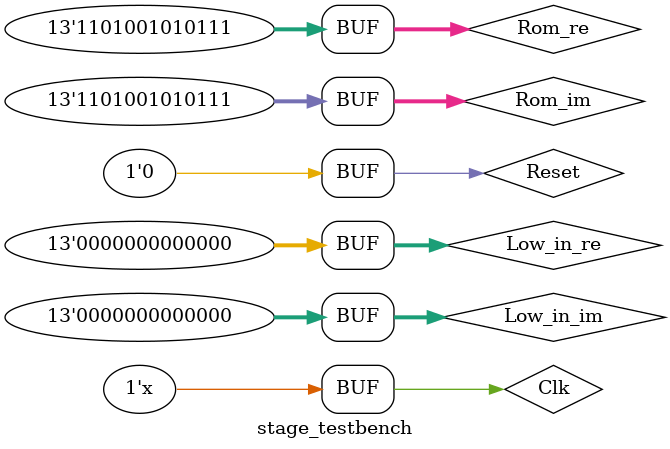
<source format=v>
`timescale 1ns / 1ps

module stage_testbench;
	parameter WIDTH = 14, N = 8;

	// Inputs
	reg Clk;
	reg Reset;
	reg [WIDTH-2:0] Low_in_re;
	reg [WIDTH-2:0] Low_in_im;
	reg [13-1:0] Rom_re;
	reg [13-1:0] Rom_im;

	// Outputs
	wire mode;
	wire [WIDTH-1:0] Mul_out_re;
	wire [WIDTH-1:0] Mul_out_im;
	wire [$clog2(N)-1:0] Rom_idx;
	wire [WIDTH-1:0] low_out_re, low_out_im;

	// Instantiate the Unit Under Test (UUT)
	stage#(WIDTH, N) uut (
		.Clk(Clk), 
		.Reset(Reset), 
		.mode(mode), 
		.Low_in_re(Low_in_re), 
		.Low_in_im(Low_in_im), 
		.Mul_out_re(Mul_out_re), 
		.Mul_out_im(Mul_out_im), 
		.Rom_re(Rom_re), 
		.Rom_im(Rom_im), 
		.Rom_idx(Rom_idx), 
		.low_out_re(low_out_re), 
		.low_out_im(low_out_im)
	);

	always #20 Clk = ~Clk;

	initial begin
		// Initialize Inputs
		Clk = 1;
		Reset = 1;
		//Low_in_re = -12'd640;	Low_in_im = -12'd256;	Rom_re = 13'd2048;	Rom_im = 13'd0;
		Low_in_re = 13'd0;	Low_in_im = 13'd0;	Rom_re = 13'd2048;	Rom_im = 13'd0;	

		// Wait 10 ns for global reset to finish
		#140; Reset = 0;
		
		#20; Low_in_re = 13'd0;	Low_in_im = 13'd0;	Rom_re = 13'd1892;	Rom_im = -13'd784;	
		#40; Low_in_re = 13'd0;	Low_in_im = 13'd0;	Rom_re = 13'd1448;	Rom_im = -13'd1449;	
		#40; Low_in_re = 13'd0;	Low_in_im = 13'd0;	Rom_re = 13'd783;	Rom_im = -13'd1893;	
		#40; Low_in_re = 13'd0;	Low_in_im = 13'd0;	Rom_re = 13'd0;	Rom_im = -13'd2048;	
		#40; Low_in_re = 13'd0;	Low_in_im = 13'd0;	Rom_re = -13'd784;	Rom_im = -13'd1893;	
		#40; Low_in_re = 13'd0;	Low_in_im = 13'd0;	Rom_re = -13'd1449;	Rom_im = -13'd1449;	
		#40; Low_in_re = 13'd0;	Low_in_im = 13'd0;	Rom_re = -13'd1893;	Rom_im = -13'd784;	
		#40; Low_in_re = 13'd0;	Low_in_im = 13'd0;	Rom_re = 13'd2048;	Rom_im = 13'd0;	
		#40; Low_in_re = 13'd0;	Low_in_im = 13'd0;	Rom_re = 13'd1892;	Rom_im = -13'd784;	
		#40; Low_in_re = 13'd0;	Low_in_im = 13'd0;	Rom_re = 13'd1448;	Rom_im = -13'd1449;	
		#40; Low_in_re = 13'd0;	Low_in_im = 13'd0;	Rom_re = 13'd783;	Rom_im = -13'd1893;	
		#40; Low_in_re = 13'd0;	Low_in_im = 13'd0;	Rom_re = 13'd0;	Rom_im = -13'd2048;	
		#40; Low_in_re = 13'd0;	Low_in_im = 13'd0;	Rom_re = -13'd784;	Rom_im = -13'd1893;	
		#40; Low_in_re = 13'd0;	Low_in_im = 13'd0;	Rom_re = -13'd1449;	Rom_im = -13'd1449;	
		#40; Low_in_re = 13'd0;	Low_in_im = 13'd0;	Rom_re = -13'd1893;	Rom_im = -13'd784;	
		#40; Low_in_re = -13'd1024;	Low_in_im = 13'd0;	Rom_re = 13'd2048;	Rom_im = 13'd0;	
		#40; Low_in_re = 13'd417;	Low_in_im = 13'd1224;	Rom_re = 13'd1892;	Rom_im = -13'd784;	
		#40; Low_in_re = 13'd180;	Low_in_im = -13'd76;	Rom_re = 13'd1448;	Rom_im = -13'd1449;	
		#40; Low_in_re = -13'd234;	Low_in_im = 13'd54;	Rom_re = 13'd783;	Rom_im = -13'd1893;	
		#40; Low_in_re = -13'd257;	Low_in_im = -13'd257;	Rom_re = 13'd0;	Rom_im = -13'd2048;	
		#40; Low_in_re = -13'd280;	Low_in_im = -13'd337;	Rom_re = -13'd784;	Rom_im = -13'd1893;	
		#40; Low_in_re = 13'd1054;	Low_in_im = -13'd76;	Rom_re = -13'd1449;	Rom_im = -13'd1449;	
		#40; Low_in_re = -13'd930;	Low_in_im = 13'd278;	Rom_re = -13'd1893;	Rom_im = -13'd784;	
		#40; Low_in_re = -13'd512;	Low_in_im = 13'd0;	Rom_re = 13'd2048;	Rom_im = 13'd0;	
		#40; Low_in_re = -13'd56;	Low_in_im = -13'd864;	Rom_re = 13'd1892;	Rom_im = -13'd784;	
		#40; Low_in_re = -13'd182;	Low_in_im = -13'd438;	Rom_re = 13'd1448;	Rom_im = -13'd1449;	
		#40; Low_in_re = -13'd430;	Low_in_im = -13'd419;	Rom_re = 13'd783;	Rom_im = -13'd1893;	
		#40; Low_in_re = 13'd767;	Low_in_im = -13'd769;	Rom_re = 13'd0;	Rom_im = -13'd2048;	
		#40; Low_in_re = -13'd85;	Low_in_im = -13'd26;	Rom_re = -13'd784;	Rom_im = -13'd1893;	
		#40; Low_in_re = -13'd32;	Low_in_im = -13'd439;	Rom_re = -13'd1449;	Rom_im = -13'd1449;	
		#40; Low_in_re = -13'd457;	Low_in_im = 13'd82;	Rom_re = -13'd1893;	Rom_im = -13'd784;	
		#40; Low_in_re = -13'd256;	Low_in_im = -13'd512;	Rom_re = 13'd2048;	Rom_im = 13'd0;	
		#40; Low_in_re = 13'd42;	Low_in_im = 13'd42;	Rom_re = 13'd1892;	Rom_im = -13'd784;	
		#40; Low_in_re = 13'd106;	Low_in_im = -13'd363;	Rom_re = 13'd1448;	Rom_im = -13'd1449;	
		#40; Low_in_re = 13'd42;	Low_in_im = -13'd320;	Rom_re = 13'd783;	Rom_im = -13'd1893;	
		#40; Low_in_re = -13'd257;	Low_in_im = -13'd1025;	Rom_re = 13'd0;	Rom_im = -13'd2048;	
		#40; Low_in_re = 13'd154;	Low_in_im = 13'd152;	Rom_re = -13'd784;	Rom_im = -13'd1893;	
		#40; Low_in_re = 13'd256;	Low_in_im = -13'd725;	Rom_re = -13'd1449;	Rom_im = -13'd1449;	
		#40; Low_in_re = -13'd516;	Low_in_im = -13'd155;	Rom_re = -13'd1893;	Rom_im = -13'd784;	
		#40; Low_in_re = 13'd256;	Low_in_im = 13'd0;	Rom_re = 13'd2048;	Rom_im = 13'd0;	
		#40; Low_in_re = 13'd321;	Low_in_im = 13'd318;	Rom_re = 13'd1892;	Rom_im = -13'd784;	
		#40; Low_in_re = -13'd619;	Low_in_im = 13'd361;	Rom_re = 13'd1448;	Rom_im = -13'd1449;	
		#40; Low_in_re = 13'd319;	Low_in_im = -13'd43;	Rom_re = 13'd783;	Rom_im = -13'd1893;	
		#40; Low_in_re = -13'd1793;	Low_in_im = -13'd513;	Rom_re = 13'd0;	Rom_im = -13'd2048;	
		#40; Low_in_re = -13'd516;	Low_in_im = -13'd517;	Rom_re = -13'd784;	Rom_im = -13'd1893;	
		#40; Low_in_re = 13'd257;	Low_in_im = 13'd723;	Rom_re = -13'd1449;	Rom_im = -13'd1449;	
		#40; Low_in_re = 13'd154;	Low_in_im = 13'd515;	Rom_re = -13'd1893;	Rom_im = -13'd784;	
		#40; Low_in_re = 13'd0;	Low_in_im = 13'd0;	Rom_re = 13'd2048;	Rom_im = 13'd0;	
		#40; Low_in_re = 13'd0;	Low_in_im = 13'd0;	Rom_re = 13'd1892;	Rom_im = -13'd784;	
		#40; Low_in_re = 13'd0;	Low_in_im = 13'd0;	Rom_re = 13'd1448;	Rom_im = -13'd1449;	
		#40; Low_in_re = 13'd0;	Low_in_im = 13'd0;	Rom_re = 13'd783;	Rom_im = -13'd1893;	
		#40; Low_in_re = 13'd0;	Low_in_im = 13'd0;	Rom_re = 13'd0;	Rom_im = -13'd2048;	
		#40; Low_in_re = 13'd0;	Low_in_im = 13'd0;	Rom_re = -13'd784;	Rom_im = -13'd1893;	
		#40; Low_in_re = 13'd0;	Low_in_im = 13'd0;	Rom_re = -13'd1449;	Rom_im = -13'd1449;	
		#40; Low_in_re = 13'd0;	Low_in_im = 13'd0;	Rom_re = -13'd1893;	Rom_im = -13'd784;	
		#40; Low_in_re = 13'd0;	Low_in_im = 13'd0;	Rom_re = 13'd2048;	Rom_im = 13'd0;	
		#40; Low_in_re = 13'd0;	Low_in_im = 13'd0;	Rom_re = 13'd1892;	Rom_im = -13'd784;	
		#40; Low_in_re = 13'd0;	Low_in_im = 13'd0;	Rom_re = 13'd1448;	Rom_im = -13'd1449;	
		#40; Low_in_re = 13'd0;	Low_in_im = 13'd0;	Rom_re = 13'd783;	Rom_im = -13'd1893;	
		#40; Low_in_re = 13'd0;	Low_in_im = 13'd0;	Rom_re = 13'd0;	Rom_im = -13'd2048;	
		#40; Low_in_re = 13'd0;	Low_in_im = 13'd0;	Rom_re = -13'd784;	Rom_im = -13'd1893;	
		#40; Low_in_re = 13'd0;	Low_in_im = 13'd0;	Rom_re = -13'd1449;	Rom_im = -13'd1449;	
		
		
		/*
		#20; Low_in_re = 12'd225;	Low_in_im = 12'd637;	Rom_re = 13'd2008;	Rom_im = -13'd400;	
		#40; Low_in_re = 12'd208;	Low_in_im = -12'd185;	Rom_re = 13'd1892;	Rom_im = -13'd784;	
		#40; Low_in_re = -12'd11;	Low_in_im = -12'd94;	Rom_re = 13'd1702;	Rom_im = -13'd1138;	
		#40; Low_in_re = 12'd143;	Low_in_im = -12'd581;	Rom_re = 13'd1448;	Rom_im = -13'd1449;	
		#40; Low_in_re = -12'd161;	Low_in_im = -12'd62;	Rom_re = 13'd1137;	Rom_im = -13'd1703;	
		#40; Low_in_re = 12'd910;	Low_in_im = -12'd58;	Rom_re = 13'd783;	Rom_im = -13'd1893;	
		#40; Low_in_re = -12'd440;	Low_in_im = -12'd129;	Rom_re = 13'd399;	Rom_im = -13'd2009;	
		#40; Low_in_re = -12'd256;	Low_in_im = 12'd128;	Rom_re = 13'd0;	Rom_im = -13'd2048;	
		#40; Low_in_re = -12'd216;	Low_in_im = -12'd306;	Rom_re = -13'd400;	Rom_im = -13'd2009;	
		#40; Low_in_re = -12'd140;	Low_in_im = -12'd574;	Rom_re = -13'd784;	Rom_im = -13'd1893;	
		#40; Low_in_re = -12'd286;	Low_in_im = -12'd65;	Rom_re = -13'd1138;	Rom_im = -13'd1703;	
		#40; Low_in_re = 12'd1198;	Low_in_im = -12'd837;	Rom_re = -13'd1449;	Rom_im = -13'd1449;	
		#40; Low_in_re = 12'd315;	Low_in_im = 12'd58;	Rom_re = -13'd1703;	Rom_im = -13'd1138;	
		#40; Low_in_re = -12'd273;	Low_in_im = -12'd505;	Rom_re = -13'd1893;	Rom_im = -13'd784;	
		#40; Low_in_re = -12'd354;	Low_in_im = -12'd197;	Rom_re = -13'd2009;	Rom_im = -13'd400;	
		#40; Low_in_re = -12'd384;	Low_in_im = 12'd256;	Rom_re = 13'd2048;	Rom_im = 13'd0;	
		#40; Low_in_re = 12'd192;	Low_in_im = 12'd587;	Rom_re = 13'd2008;	Rom_im = -13'd400;	
		#40; Low_in_re = -12'd28;	Low_in_im = 12'd109;	Rom_re = 13'd1892;	Rom_im = -13'd784;	
		#40; Low_in_re = -12'd223;	Low_in_im = 12'd148;	Rom_re = 13'd1702;	Rom_im = -13'd1138;	
		#40; Low_in_re = -12'd400;	Low_in_im = 12'd324;	Rom_re = 13'd1448;	Rom_im = -13'd1449;	
		#40; Low_in_re = -12'd119;	Low_in_im = -12'd275;	Rom_re = 13'd1137;	Rom_im = -13'd1703;	
		#40; Low_in_re = 12'd144;	Low_in_im = -12'd18;	Rom_re = 13'd783;	Rom_im = -13'd1893;	
		#40; Low_in_re = -12'd490;	Low_in_im = 12'd407;	Rom_re = 13'd399;	Rom_im = -13'd2009;	
		#40; Low_in_re = -12'd256;	Low_in_im = -12'd128;	Rom_re = 13'd0;	Rom_im = -13'd2048;	
		#40; Low_in_re = 12'd160;	Low_in_im = -12'd558;	Rom_re = -13'd400;	Rom_im = -13'd2009;	
		#40; Low_in_re = -12'd42;	Low_in_im = 12'd136;	Rom_re = -13'd784;	Rom_im = -13'd1893;	
		#40; Low_in_re = -12'd144;	Low_in_im = -12'd354;	Rom_re = -13'd1138;	Rom_im = -13'd1703;	
		#40; Low_in_re = -12'd431;	Low_in_im = 12'd68;	Rom_re = -13'd1449;	Rom_im = -13'd1449;	
		#40; Low_in_re = -12'd400;	Low_in_im = -12'd84;	Rom_re = -13'd1703;	Rom_im = -13'd1138;	
		#40; Low_in_re = 12'd241;	Low_in_im = 12'd66;	Rom_re = -13'd1893;	Rom_im = -13'd784;	
		#40; Low_in_re = -12'd103;	Low_in_im = 12'd279;	Rom_re = -13'd2009;	Rom_im = -13'd400;	
		#40; Low_in_re = 12'd0;	Low_in_im = 12'd0;	Rom_re = 13'd2048;	Rom_im = 13'd0;	
		#40; Low_in_re = 12'd0;	Low_in_im = 12'd0;	Rom_re = 13'd2008;	Rom_im = -13'd400;	
		#40; Low_in_re = 12'd0;	Low_in_im = 12'd0;	Rom_re = 13'd1892;	Rom_im = -13'd784;	
		#40; Low_in_re = 12'd0;	Low_in_im = 12'd0;	Rom_re = 13'd1702;	Rom_im = -13'd1138;	
		#40; Low_in_re = 12'd0;	Low_in_im = 12'd0;	Rom_re = 13'd1448;	Rom_im = -13'd1449;	
		#40; Low_in_re = 12'd0;	Low_in_im = 12'd0;	Rom_re = 13'd1137;	Rom_im = -13'd1703;	
		#40; Low_in_re = 12'd0;	Low_in_im = 12'd0;	Rom_re = 13'd783;	Rom_im = -13'd1893;	
		#40; Low_in_re = 12'd0;	Low_in_im = 12'd0;	Rom_re = 13'd399;	Rom_im = -13'd2009;	
		#40; Low_in_re = 12'd0;	Low_in_im = 12'd0;	Rom_re = 13'd0;	Rom_im = -13'd2048;	
		#40; Low_in_re = 12'd0;	Low_in_im = 12'd0;	Rom_re = -13'd400;	Rom_im = -13'd2009;	
		#40; Low_in_re = 12'd0;	Low_in_im = 12'd0;	Rom_re = -13'd784;	Rom_im = -13'd1893;	
		#40; Low_in_re = 12'd0;	Low_in_im = 12'd0;	Rom_re = -13'd1138;	Rom_im = -13'd1703;	
		#40; Low_in_re = 12'd0;	Low_in_im = 12'd0;	Rom_re = -13'd1449;	Rom_im = -13'd1449;	
		#40; Low_in_re = 12'd0;	Low_in_im = 12'd0;	Rom_re = -13'd1703;	Rom_im = -13'd1138;	
		#40; Low_in_re = 12'd0;	Low_in_im = 12'd0;	Rom_re = -13'd1893;	Rom_im = -13'd784;	
		#40; Low_in_re = 12'd0;	Low_in_im = 12'd0;	Rom_re = -13'd2009;	Rom_im = -13'd400;	
		*/
	end
      
endmodule


</source>
